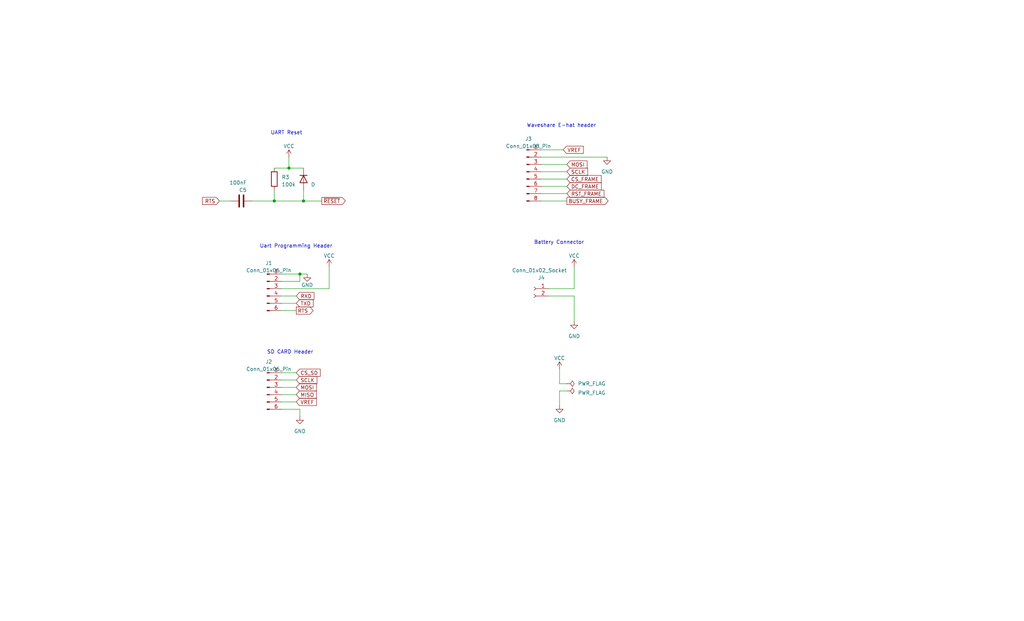
<source format=kicad_sch>
(kicad_sch (version 20230121) (generator eeschema)
  (paper "USLegal")
  (title_block (title "Arduino Waveshare 7.3F e-paper Dislay") (date "2024-01-08") (rev "V02") (comment 2 "creativecommons.org/licenses/by/4.0") (comment 3 "License: CC BY 4.0") (comment 4 "Author: Robert Gorsegner"))
  (lib_symbols
    (symbol "Connector:Conn_01x02_Socket" (pin_names (offset 1.016) hide)
      (property "Reference" "J" (at 0 2.54 0))
      (property "Value" "Conn_01x02_Socket" (at 0 -5.08 0))
      (symbol "Conn_01x02_Socket_1_1"
        (arc (start 0 -2.032) (mid -0.5058 -2.54) (end 0 -3.048) (stroke (width 0.1524)))
        (polyline (pts (xy -1.27 -2.54) (xy -0.508 -2.54)) (stroke (width 0.1524)))
        (polyline (pts (xy -1.27 0) (xy -0.508 0)) (stroke (width 0.1524)))
        (arc (start 0 0.508) (mid -0.5058 0) (end 0 -0.508) (stroke (width 0.1524)))
        (pin passive line (at -5.08 0 0) (length 3.81) (name "Pin_1") (number "1"))
        (pin passive line (at -5.08 -2.54 0) (length 3.81) (name "Pin_2") (number "2"))
      )
    )
    (symbol "Connector:Conn_01x06_Pin" (pin_names (offset 1.016) hide)
      (property "Reference" "J" (at 0 7.62 0))
      (property "Value" "Conn_01x06_Pin" (at 0 -10.16 0))
      (symbol "Conn_01x06_Pin_1_1"
        (polyline (pts (xy 1.27 -7.62) (xy 0.8636 -7.62)) (stroke (width 0.1524)))
        (polyline (pts (xy 1.27 -5.08) (xy 0.8636 -5.08)) (stroke (width 0.1524)))
        (polyline (pts (xy 1.27 -2.54) (xy 0.8636 -2.54)) (stroke (width 0.1524)))
        (polyline (pts (xy 1.27 0) (xy 0.8636 0)) (stroke (width 0.1524)))
        (polyline (pts (xy 1.27 2.54) (xy 0.8636 2.54)) (stroke (width 0.1524)))
        (polyline (pts (xy 1.27 5.08) (xy 0.8636 5.08)) (stroke (width 0.1524)))
        (rectangle (start 0.8636 -7.493) (end 0 -7.747) (stroke (width 0.1524)) (fill (type outline)))
        (rectangle (start 0.8636 -4.953) (end 0 -5.207) (stroke (width 0.1524)) (fill (type outline)))
        (rectangle (start 0.8636 -2.413) (end 0 -2.667) (stroke (width 0.1524)) (fill (type outline)))
        (rectangle (start 0.8636 0.127) (end 0 -0.127) (stroke (width 0.1524)) (fill (type outline)))
        (rectangle (start 0.8636 2.667) (end 0 2.413) (stroke (width 0.1524)) (fill (type outline)))
        (rectangle (start 0.8636 5.207) (end 0 4.953) (stroke (width 0.1524)) (fill (type outline)))
        (pin passive line (at 5.08 5.08 180) (length 3.81) (name "Pin_1") (number "1"))
        (pin passive line (at 5.08 2.54 180) (length 3.81) (name "Pin_2") (number "2"))
        (pin passive line (at 5.08 0 180) (length 3.81) (name "Pin_3") (number "3"))
        (pin passive line (at 5.08 -2.54 180) (length 3.81) (name "Pin_4") (number "4"))
        (pin passive line (at 5.08 -5.08 180) (length 3.81) (name "Pin_5") (number "5"))
        (pin passive line (at 5.08 -7.62 180) (length 3.81) (name "Pin_6") (number "6"))
      )
    )
    (symbol "Connector:Conn_01x08_Pin" (pin_names (offset 1.016) hide)
      (property "Reference" "J" (at 0 10.16 0))
      (property "Value" "Conn_01x08_Pin" (at 0 -12.7 0))
      (symbol "Conn_01x08_Pin_1_1"
        (polyline (pts (xy 1.27 -10.16) (xy 0.8636 -10.16)) (stroke (width 0.1524)))
        (polyline (pts (xy 1.27 -7.62) (xy 0.8636 -7.62)) (stroke (width 0.1524)))
        (polyline (pts (xy 1.27 -5.08) (xy 0.8636 -5.08)) (stroke (width 0.1524)))
        (polyline (pts (xy 1.27 -2.54) (xy 0.8636 -2.54)) (stroke (width 0.1524)))
        (polyline (pts (xy 1.27 0) (xy 0.8636 0)) (stroke (width 0.1524)))
        (polyline (pts (xy 1.27 2.54) (xy 0.8636 2.54)) (stroke (width 0.1524)))
        (polyline (pts (xy 1.27 5.08) (xy 0.8636 5.08)) (stroke (width 0.1524)))
        (polyline (pts (xy 1.27 7.62) (xy 0.8636 7.62)) (stroke (width 0.1524)))
        (rectangle (start 0.8636 -10.033) (end 0 -10.287) (stroke (width 0.1524)) (fill (type outline)))
        (rectangle (start 0.8636 -7.493) (end 0 -7.747) (stroke (width 0.1524)) (fill (type outline)))
        (rectangle (start 0.8636 -4.953) (end 0 -5.207) (stroke (width 0.1524)) (fill (type outline)))
        (rectangle (start 0.8636 -2.413) (end 0 -2.667) (stroke (width 0.1524)) (fill (type outline)))
        (rectangle (start 0.8636 0.127) (end 0 -0.127) (stroke (width 0.1524)) (fill (type outline)))
        (rectangle (start 0.8636 2.667) (end 0 2.413) (stroke (width 0.1524)) (fill (type outline)))
        (rectangle (start 0.8636 5.207) (end 0 4.953) (stroke (width 0.1524)) (fill (type outline)))
        (rectangle (start 0.8636 7.747) (end 0 7.493) (stroke (width 0.1524)) (fill (type outline)))
        (pin passive line (at 5.08 7.62 180) (length 3.81) (name "Pin_1") (number "1"))
        (pin passive line (at 5.08 5.08 180) (length 3.81) (name "Pin_2") (number "2"))
        (pin passive line (at 5.08 2.54 180) (length 3.81) (name "Pin_3") (number "3"))
        (pin passive line (at 5.08 0 180) (length 3.81) (name "Pin_4") (number "4"))
        (pin passive line (at 5.08 -2.54 180) (length 3.81) (name "Pin_5") (number "5"))
        (pin passive line (at 5.08 -5.08 180) (length 3.81) (name "Pin_6") (number "6"))
        (pin passive line (at 5.08 -7.62 180) (length 3.81) (name "Pin_7") (number "7"))
        (pin passive line (at 5.08 -10.16 180) (length 3.81) (name "Pin_8") (number "8"))
      )
    )
    (symbol "Device:C" (pin_numbers hide) (pin_names (offset 0.254))
      (property "Reference" "C" (at 0.635 2.54 0))
      (property "Value" "C" (at 0.635 -2.54 0))
      (symbol "C_0_1"
        (polyline (pts (xy -2.032 -0.762) (xy 2.032 -0.762)) (stroke (width 0.508)))
        (polyline (pts (xy -2.032 0.762) (xy 2.032 0.762)) (stroke (width 0.508)))
      )
      (symbol "C_1_1"
        (pin passive line (at 0 3.81 270) (length 2.794) (name "~") (number "1"))
        (pin passive line (at 0 -3.81 90) (length 2.794) (name "~") (number "2"))
      )
    )
    (symbol "Device:D" (pin_numbers hide) (pin_names (offset 1.016) hide)
      (property "Reference" "D" (at 0 2.54 0))
      (property "Value" "D" (at 0 -2.54 0))
      (symbol "D_0_1"
        (polyline (pts (xy -1.27 1.27) (xy -1.27 -1.27)) (stroke (width 0.254)))
        (polyline (pts (xy 1.27 0) (xy -1.27 0)))
        (polyline (pts (xy 1.27 1.27) (xy 1.27 -1.27) (xy -1.27 0) (xy 1.27 1.27)) (stroke (width 0.254)))
      )
      (symbol "D_1_1"
        (pin passive line (at -3.81 0 0) (length 2.54) (name "K") (number "1"))
        (pin passive line (at 3.81 0 180) (length 2.54) (name "A") (number "2"))
      )
    )
    (symbol "Device:R" (pin_numbers hide) (pin_names (offset 0))
      (property "Reference" "R" (at 2.032 0 90))
      (property "Value" "R" (at 0 0 90))
      (symbol "R_0_1"
        (rectangle (start -1.016 -2.54) (end 1.016 2.54) (stroke (width 0.254)))
      )
      (symbol "R_1_1"
        (pin passive line (at 0 3.81 270) (length 1.27) (name "~") (number "1"))
        (pin passive line (at 0 -3.81 90) (length 1.27) (name "~") (number "2"))
      )
    )
    (symbol "power:GND" (power) (pin_names (offset 0))
      (property "Value" "GND" (at 0 -3.81 0))
      (symbol "GND_0_1"
        (polyline (pts (xy 0 0) (xy 0 -1.27) (xy 1.27 -1.27) (xy 0 -2.54) (xy -1.27 -1.27) (xy 0 -1.27)))
      )
      (symbol "GND_1_1"
        (pin power_in line (at 0 0 270) (length 0) hide (name "GND") (number "1"))
      )
    )
    (symbol "power:PWR_FLAG" (power) (pin_numbers hide) (pin_names (offset 0) hide)
      (property "Value" "PWR_FLAG" (at 0 3.81 0))
      (symbol "PWR_FLAG_0_0"
        (pin power_out line (at 0 0 90) (length 0) (name "pwr") (number "1"))
      )
      (symbol "PWR_FLAG_0_1"
        (polyline (pts (xy 0 0) (xy 0 1.27) (xy -1.016 1.905) (xy 0 2.54) (xy 1.016 1.905) (xy 0 1.27)))
      )
    )
    (symbol "power:VCC" (power) (pin_names (offset 0))
      (property "Value" "VCC" (at 0 3.81 0))
      (symbol "VCC_0_1"
        (polyline (pts (xy -0.762 1.27) (xy 0 2.54)))
        (polyline (pts (xy 0 0) (xy 0 2.54)))
        (polyline (pts (xy 0 2.54) (xy 0.762 1.27)))
      )
      (symbol "VCC_1_1"
        (pin power_in line (at 0 0 90) (length 0) hide (name "VCC") (number "1"))
      )
    )
  )
  (junction (at 95.25 69.85))
  (junction (at 104.14 95.25))
  (junction (at 105.41 69.85))
  (junction (at 100.33 58.42))
  (wire (pts (xy 104.14 97.79) (xy 97.79 97.79)))
  (wire (pts (xy 97.79 105.41) (xy 102.87 105.41)))
  (wire (pts (xy 190.5 100.33) (xy 199.39 100.33)))
  (wire (pts (xy 210.82 54.61) (xy 187.96 54.61)))
  (wire (pts (xy 187.96 64.77) (xy 196.85 64.77)))
  (wire (pts (xy 190.5 102.87) (xy 199.39 102.87)))
  (wire (pts (xy 95.25 58.42) (xy 100.33 58.42)))
  (wire (pts (xy 114.3 92.71) (xy 114.3 100.33)))
  (wire (pts (xy 187.96 57.15) (xy 196.85 57.15)))
  (wire (pts (xy 76.2 69.85) (xy 80.01 69.85)))
  (wire (pts (xy 194.31 135.89) (xy 194.31 140.97)))
  (wire (pts (xy 104.14 95.25) (xy 97.79 95.25)))
  (wire (pts (xy 104.14 142.24) (xy 104.14 144.78)))
  (wire (pts (xy 187.96 67.31) (xy 196.85 67.31)))
  (wire (pts (xy 194.31 133.35) (xy 194.31 128.27)))
  (wire (pts (xy 187.96 62.23) (xy 196.85 62.23)))
  (wire (pts (xy 97.79 142.24) (xy 104.14 142.24)))
  (wire (pts (xy 97.79 100.33) (xy 114.3 100.33)))
  (wire (pts (xy 105.41 66.04) (xy 105.41 69.85)))
  (wire (pts (xy 187.96 69.85) (xy 196.85 69.85)))
  (wire (pts (xy 105.41 69.85) (xy 111.76 69.85)))
  (wire (pts (xy 100.33 54.61) (xy 100.33 58.42)))
  (wire (pts (xy 104.14 97.79) (xy 104.14 95.25)))
  (wire (pts (xy 97.79 139.7) (xy 102.87 139.7)))
  (wire (pts (xy 104.14 95.25) (xy 106.68 95.25)))
  (wire (pts (xy 97.79 137.16) (xy 102.87 137.16)))
  (wire (pts (xy 95.25 69.85) (xy 95.25 66.04)))
  (wire (pts (xy 196.85 133.35) (xy 194.31 133.35)))
  (wire (pts (xy 97.79 132.08) (xy 102.87 132.08)))
  (wire (pts (xy 95.25 69.85) (xy 105.41 69.85)))
  (wire (pts (xy 199.39 102.87) (xy 199.39 111.76)))
  (wire (pts (xy 97.79 134.62) (xy 102.87 134.62)))
  (wire (pts (xy 97.79 107.95) (xy 102.87 107.95)))
  (wire (pts (xy 100.33 58.42) (xy 105.41 58.42)))
  (wire (pts (xy 187.96 59.69) (xy 196.85 59.69)))
  (wire (pts (xy 187.96 52.07) (xy 195.58 52.07)))
  (wire (pts (xy 199.39 100.33) (xy 199.39 92.71)))
  (wire (pts (xy 97.79 129.54) (xy 102.87 129.54)))
  (wire (pts (xy 196.85 135.89) (xy 194.31 135.89)))
  (wire (pts (xy 87.63 69.85) (xy 95.25 69.85)))
  (wire (pts (xy 97.79 102.87) (xy 102.87 102.87)))
  (text "Waveshare E-hat header" (at 182.88 44.45 0) (effects (font (size 1.27 1.27)) (justify left bottom)))
  (text "SD CARD Header" (at 92.71 123.19 0) (effects (font (size 1.27 1.27)) (justify left bottom)))
  (text "Battery Connector" (at 185.42 85.09 0) (effects (font (size 1.27 1.27)) (justify left bottom)))
  (text "UART Reset" (at 93.98 46.99 0) (effects (font (size 1.27 1.27)) (justify left bottom)))
  (text "Uart Programming Header" (at 90.17 86.36 0) (effects (font (size 1.27 1.27)) (justify left bottom)))
  (global_label "CS_SD" (shape input) (at 102.87 129.54 0) (property "Intersheetrefs" "${INTERSHEET_REFS}" (effects hide)))
  (global_label "DC_FRAME" (shape input) (at 196.85 64.77 0) (property "Intersheetrefs" "${INTERSHEET_REFS}" (effects hide)))
  (global_label "SCLK" (shape input) (at 102.87 132.08 0) (property "Intersheetrefs" "${INTERSHEET_REFS}" (effects hide)))
  (global_label "~{RESET}" (shape output) (at 111.76 69.85 0) (property "Intersheetrefs" "${INTERSHEET_REFS}" (effects hide)))
  (global_label "RTS" (shape input) (at 76.2 69.85 180) (property "Intersheetrefs" "${INTERSHEET_REFS}" (effects hide)))
  (global_label "SCLK" (shape input) (at 196.85 59.69 0) (property "Intersheetrefs" "${INTERSHEET_REFS}" (effects hide)))
  (global_label "RST_FRAME" (shape input) (at 196.85 67.31 0) (property "Intersheetrefs" "${INTERSHEET_REFS}" (effects hide)))
  (global_label "VREF" (shape input) (at 102.87 139.7 0) (property "Intersheetrefs" "${INTERSHEET_REFS}" (effects hide)))
  (global_label "BUSY_FRAME" (shape output) (at 196.85 69.85 0) (property "Intersheetrefs" "${INTERSHEET_REFS}" (effects hide)))
  (global_label "MOSI" (shape input) (at 196.85 57.15 0) (property "Intersheetrefs" "${INTERSHEET_REFS}" (effects hide)))
  (global_label "VREF" (shape input) (at 195.58 52.07 0) (property "Intersheetrefs" "${INTERSHEET_REFS}" (effects hide)))
  (global_label "TXD" (shape input) (at 102.87 105.41 0) (property "Intersheetrefs" "${INTERSHEET_REFS}" (effects hide)))
  (global_label "RXD" (shape input) (at 102.87 102.87 0) (property "Intersheetrefs" "${INTERSHEET_REFS}" (effects hide)))
  (global_label "RTS" (shape output) (at 102.87 107.95 0) (property "Intersheetrefs" "${INTERSHEET_REFS}" (effects hide)))
  (global_label "CS_FRAME" (shape input) (at 196.85 62.23 0) (property "Intersheetrefs" "${INTERSHEET_REFS}" (effects hide)))
  (global_label "MISO" (shape input) (at 102.87 137.16 0) (property "Intersheetrefs" "${INTERSHEET_REFS}" (effects hide)))
  (global_label "MOSI" (shape input) (at 102.87 134.62 0) (property "Intersheetrefs" "${INTERSHEET_REFS}" (effects hide)))
  (symbol (lib_id "Device:D") (at 105.41 62.23 270) (unit 1)
    (property "Reference" "D1" (effects hide))
    (property "Value" "D" (at 107.95 64.135 90) (effects (justify left)))
    (property "Footprint" "Diode_THT:D_DO-35_SOD27_P10.16mm_Horizontal" (effects hide))
    (property "Datasheet" "https://www.digikey.com/en/products/detail/vishay-general-semiconductor-diodes-division/BAW75-TAP/4825763" (effects hide))
    (property "Sim.Device" "D" (effects hide))
    (property "Sim.Pins" "1=K 2=A" (effects hide))
  )
  (symbol (lib_id "Connector:Conn_01x08_Pin") (at 182.88 59.69 0) (unit 1)
    (property "Reference" "J3" (at 183.515 48.26 0))
    (property "Value" "Conn_01x08_Pin" (at 183.515 50.8 0))
    (property "Footprint" "Connector_JST:JST_EH_B8B-EH-A_1x08_P2.50mm_Vertical" (effects hide))
  )
  (symbol (lib_id "power:VCC") (at 100.33 54.61 0) (unit 1)
    (property "Reference" "#PWR08" (effects hide))
    (property "Value" "VCC" (at 100.33 50.8 0))
  )
  (symbol (lib_id "power:GND") (at 194.31 140.97 0) (unit 1)
    (property "Reference" "#PWR015" (effects hide))
    (property "Value" "GND" (at 194.31 146.05 0))
  )
  (symbol (lib_id "power:GND") (at 104.14 144.78 0) (unit 1)
    (property "Reference" "#PWR011" (effects hide))
    (property "Value" "GND" (at 104.14 149.86 0))
  )
  (symbol (lib_id "power:VCC") (at 194.31 128.27 0) (unit 1)
    (property "Reference" "#PWR016" (effects hide))
    (property "Value" "VCC" (at 194.31 124.46 0))
  )
  (symbol (lib_id "power:GND") (at 199.39 111.76 0) (unit 1)
    (property "Reference" "#PWR014" (effects hide))
    (property "Value" "GND" (at 199.39 116.84 0))
  )
  (symbol (lib_id "power:VCC") (at 199.39 92.71 0) (unit 1)
    (property "Reference" "#PWR013" (effects hide))
    (property "Value" "VCC" (at 199.39 88.9 0))
  )
  (symbol (lib_id "Connector:Conn_01x06_Pin") (at 92.71 134.62 0) (unit 1)
    (property "Reference" "J2" (at 93.345 125.73 0))
    (property "Value" "Conn_01x06_Pin" (at 93.345 128.27 0))
    (property "Footprint" "Connector_JST:JST_EH_B6B-EH-A_1x06_P2.50mm_Vertical" (effects hide))
  )
  (symbol (lib_id "power:PWR_FLAG") (at 196.85 133.35 270) (unit 1)
    (property "Reference" "#FLG01" (effects hide))
    (property "Value" "PWR_FLAG" (at 200.66 133.35 90) (effects (justify left)))
  )
  (symbol (lib_id "Connector:Conn_01x02_Socket") (at 185.42 100.33 0) (mirror y) (unit 1)
    (property "Reference" "J4" (at 189.23 96.52 0) (effects (justify left)))
    (property "Value" "Conn_01x02_Socket" (at 196.85 93.98 0) (effects (justify left)))
    (property "Footprint" "Connector_JST:JST_EH_B2B-EH-A_1x02_P2.50mm_Vertical" (effects hide))
  )
  (symbol (lib_id "power:VCC") (at 114.3 92.71 0) (unit 1)
    (property "Reference" "#PWR010" (effects hide))
    (property "Value" "VCC" (at 114.3 88.9 0))
  )
  (symbol (lib_id "Device:R") (at 95.25 62.23 0) (unit 1)
    (property "Reference" "R3" (at 97.79 61.595 0) (effects (justify left)))
    (property "Value" "100k" (at 97.79 64.135 0) (effects (justify left)))
    (property "Footprint" "Resistor_THT:R_Axial_DIN0207_L6.3mm_D2.5mm_P10.16mm_Horizontal" (effects hide))
    (property "Datasheet" "https://www.digikey.com/en/products/detail/stackpole-electronics-inc/RNF14BTE100K/1682686" (effects hide))
  )
  (symbol (lib_id "power:PWR_FLAG") (at 196.85 135.89 270) (unit 1)
    (property "Reference" "#FLG02" (effects hide))
    (property "Value" "PWR_FLAG" (at 200.66 136.525 90) (effects (justify left)))
  )
  (symbol (lib_id "power:GND") (at 210.82 54.61 0) (unit 1)
    (property "Reference" "#PWR012" (effects hide))
    (property "Value" "GND" (at 210.82 59.69 0))
  )
  (symbol (lib_id "Device:C") (at 83.82 69.85 90) (unit 1)
    (property "Reference" "C5" (at 85.725 66.04 90) (effects (justify left)))
    (property "Value" "100nF" (at 85.725 63.5 90) (effects (justify left)))
    (property "Footprint" "Capacitor_THT:C_Disc_D5.0mm_W2.5mm_P2.50mm" (effects hide))
    (property "Datasheet" "https://www.digikey.com/en/products/detail/vishay-beyschlag-draloric-bc-components/K104K15X7RF53H5G/13279844" (effects hide))
  )
  (symbol (lib_id "Connector:Conn_01x06_Pin") (at 92.71 100.33 0) (unit 1)
    (property "Reference" "J1" (at 93.345 91.44 0))
    (property "Value" "Conn_01x06_Pin" (at 93.345 93.98 0))
    (property "Footprint" "Connector_JST:JST_EH_B6B-EH-A_1x06_P2.50mm_Vertical" (effects hide))
  )
  (symbol (lib_id "power:GND") (at 106.68 95.25 0) (unit 1)
    (property "Reference" "#PWR09" (effects hide))
    (property "Value" "GND" (at 106.68 99.06 0))
  )
)
</source>
